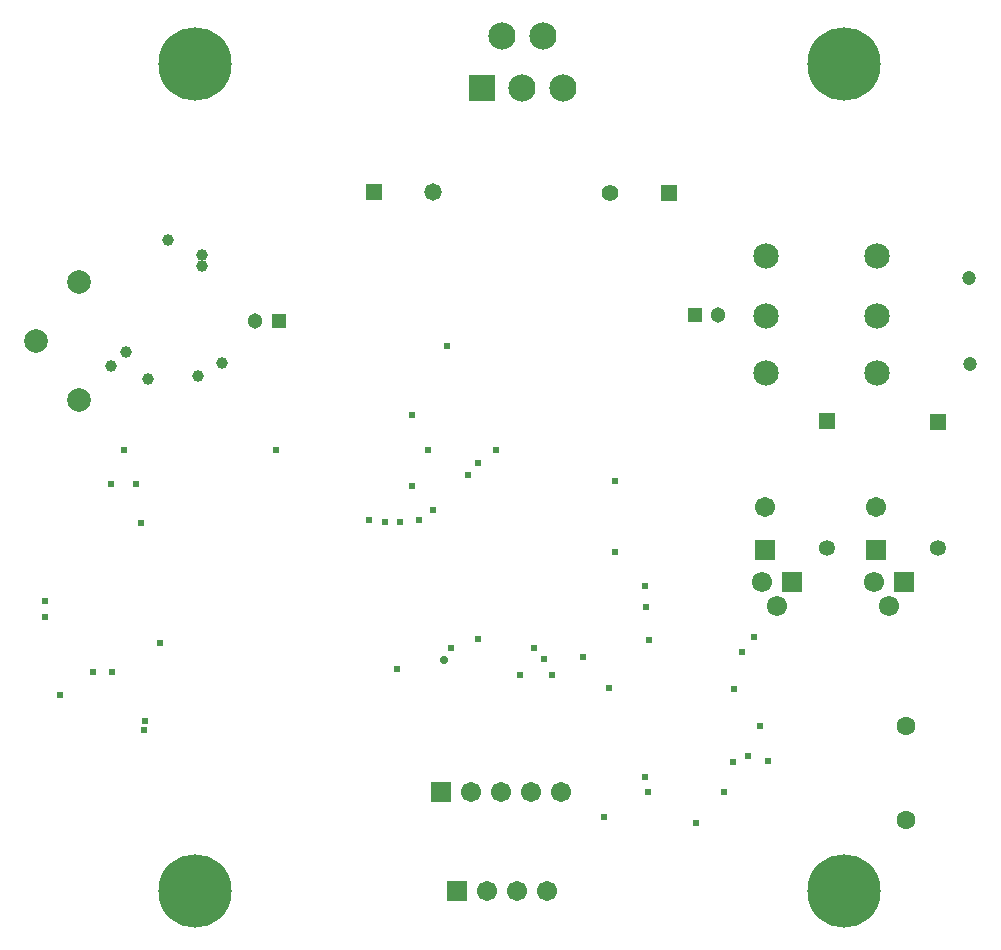
<source format=gbs>
G04*
G04 #@! TF.GenerationSoftware,Altium Limited,Altium Designer,20.0.13 (296)*
G04*
G04 Layer_Color=16711935*
%FSLAX44Y44*%
%MOMM*%
G71*
G01*
G75*
%ADD81C,1.7032*%
%ADD82R,1.7032X1.7032*%
%ADD83C,2.1532*%
%ADD84C,1.7112*%
%ADD85R,1.7112X1.7112*%
%ADD86R,2.3032X2.3032*%
%ADD87C,2.3032*%
%ADD88C,1.0032*%
%ADD89C,2.0032*%
%ADD90R,1.4032X1.4032*%
%ADD91C,1.4032*%
%ADD92R,1.4782X1.4782*%
%ADD93C,1.4782*%
%ADD94R,1.3032X1.3032*%
%ADD95C,1.3032*%
%ADD96C,1.6032*%
%ADD97R,1.3532X1.3532*%
%ADD98C,1.3532*%
%ADD99R,1.7182X1.7182*%
%ADD100C,1.7182*%
%ADD101C,0.7032*%
%ADD102C,0.6032*%
%ADD103C,1.2032*%
%ADD104C,6.2032*%
D81*
X527050Y-359410D02*
D03*
X501650D02*
D03*
X476250D02*
D03*
X538480Y-275590D02*
D03*
X513080D02*
D03*
X487680D02*
D03*
X462280D02*
D03*
D82*
X450850Y-359410D02*
D03*
X436880Y-275590D02*
D03*
D83*
X805992Y177917D02*
D03*
Y127118D02*
D03*
Y78857D02*
D03*
X711892Y178048D02*
D03*
Y127248D02*
D03*
Y78988D02*
D03*
D84*
X805351Y-34573D02*
D03*
X711252Y-34442D02*
D03*
D85*
X805351Y-71002D02*
D03*
X711252Y-70872D02*
D03*
D86*
X471950Y319890D02*
D03*
D87*
X505950D02*
D03*
X539950D02*
D03*
X488950Y364490D02*
D03*
X522950D02*
D03*
D88*
X234950Y179070D02*
D03*
Y169370D02*
D03*
X251460Y87630D02*
D03*
X189085Y73660D02*
D03*
X157480Y85090D02*
D03*
X170180Y96520D02*
D03*
X231140Y76200D02*
D03*
X205740Y191770D02*
D03*
D89*
X130810Y156210D02*
D03*
Y56210D02*
D03*
X93810Y106210D02*
D03*
D90*
X630390Y231140D02*
D03*
D91*
X580390D02*
D03*
D92*
X380530Y232410D02*
D03*
D93*
X430530D02*
D03*
D94*
X651830Y128270D02*
D03*
X299400Y123190D02*
D03*
D95*
X671830Y128270D02*
D03*
X279400Y123190D02*
D03*
D96*
X830580Y-299690D02*
D03*
Y-219690D02*
D03*
D97*
X858162Y37670D02*
D03*
X763424Y37904D02*
D03*
D98*
X858162Y-69330D02*
D03*
X763424Y-69096D02*
D03*
D99*
X828796Y-98057D02*
D03*
X734060Y-98110D02*
D03*
D100*
X803396Y-98057D02*
D03*
X816096Y-118057D02*
D03*
X708660Y-98110D02*
D03*
X721360Y-118110D02*
D03*
D101*
X439785Y-163758D02*
D03*
D102*
X557530Y-161290D02*
D03*
X685429Y-188640D02*
D03*
X683811Y-250571D02*
D03*
X426005Y13975D02*
D03*
X584200Y-72390D02*
D03*
Y-12700D02*
D03*
X412750Y43180D02*
D03*
X185420Y-223490D02*
D03*
X575310Y-297180D02*
D03*
X441960Y101600D02*
D03*
X412750Y-16510D02*
D03*
X400050Y-171450D02*
D03*
X468256Y-146404D02*
D03*
X504190Y-176530D02*
D03*
X530860D02*
D03*
X445770Y-153670D02*
D03*
X524510Y-163318D02*
D03*
X515620Y-153670D02*
D03*
X297180Y13970D02*
D03*
X402590Y-46990D02*
D03*
X389890D02*
D03*
X375920Y-45720D02*
D03*
X418080Y-45470D02*
D03*
X429900Y-37470D02*
D03*
X483870Y13970D02*
D03*
X459740Y-7620D02*
D03*
X692150Y-157480D02*
D03*
X468630Y2540D02*
D03*
X702310Y-144780D02*
D03*
X609600Y-101600D02*
D03*
X579120Y-187960D02*
D03*
X610870Y-119380D02*
D03*
X613410Y-147320D02*
D03*
X609600Y-262890D02*
D03*
X652780Y-302260D02*
D03*
X612140Y-275590D02*
D03*
X114555Y-194055D02*
D03*
X707390Y-219710D02*
D03*
X676910Y-275590D02*
D03*
X713990Y-249940D02*
D03*
X697230Y-245110D02*
D03*
X142240Y-173990D02*
D03*
X158750D02*
D03*
X199390Y-149860D02*
D03*
X186190Y-215740D02*
D03*
X179070Y-15240D02*
D03*
X101517Y-127827D02*
D03*
X101600Y-114300D02*
D03*
X157480Y-15240D02*
D03*
X168910Y13970D02*
D03*
X182880Y-48260D02*
D03*
D103*
X883975Y159464D02*
D03*
X885190Y86360D02*
D03*
D104*
X228600Y340590D02*
D03*
X778600D02*
D03*
Y-359410D02*
D03*
X228600D02*
D03*
M02*

</source>
